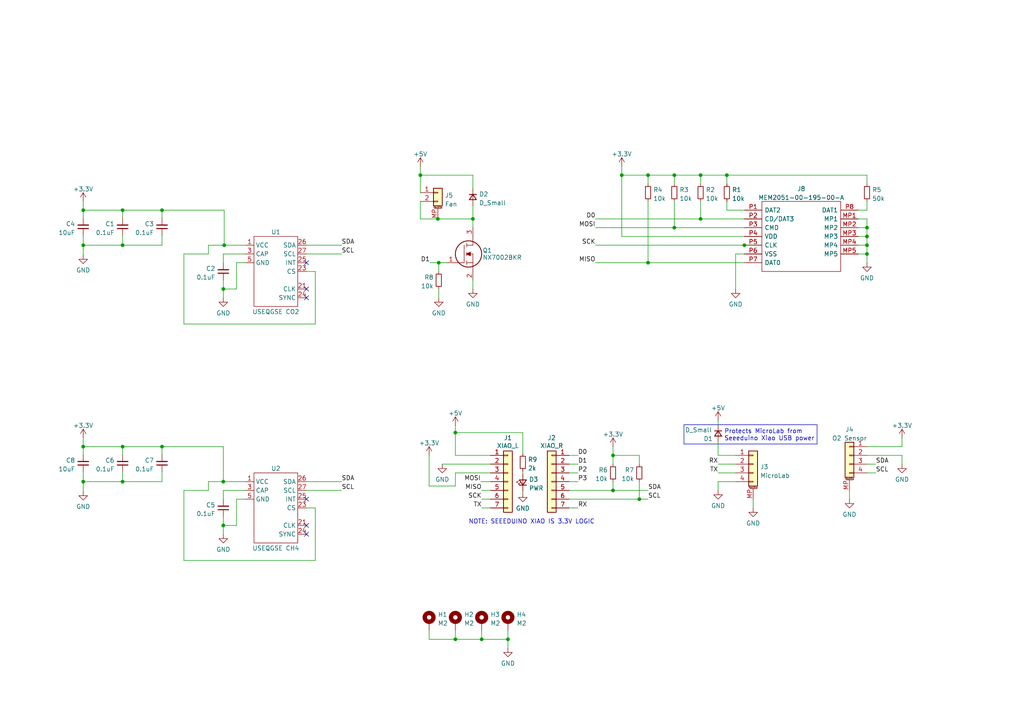
<source format=kicad_sch>
(kicad_sch (version 20230121) (generator eeschema)
  (paper "A4")
  (lib_symbols
    (symbol "Connector_Generic:Conn_01x07" (pin_names (offset 1.016) hide)
      (property "Reference" "J" (at 0 10.16 0))
      (property "Value" "Conn_01x07" (at 0 -10.16 0))
      (symbol "Conn_01x07_1_1"
        (rectangle (start -1.27 -7.493) (end 0 -7.747) (stroke (width 0.1524)))
        (rectangle (start -1.27 -4.953) (end 0 -5.207) (stroke (width 0.1524)))
        (rectangle (start -1.27 -2.413) (end 0 -2.667) (stroke (width 0.1524)))
        (rectangle (start -1.27 0.127) (end 0 -0.127) (stroke (width 0.1524)))
        (rectangle (start -1.27 2.667) (end 0 2.413) (stroke (width 0.1524)))
        (rectangle (start -1.27 5.207) (end 0 4.953) (stroke (width 0.1524)))
        (rectangle (start -1.27 7.747) (end 0 7.493) (stroke (width 0.1524)))
        (rectangle (start -1.27 8.89) (end 1.27 -8.89) (stroke (width 0.254)) (fill (type background)))
        (pin passive line (at -5.08 7.62 0) (length 3.81) (name "Pin_1") (number "1"))
        (pin passive line (at -5.08 5.08 0) (length 3.81) (name "Pin_2") (number "2"))
        (pin passive line (at -5.08 2.54 0) (length 3.81) (name "Pin_3") (number "3"))
        (pin passive line (at -5.08 0 0) (length 3.81) (name "Pin_4") (number "4"))
        (pin passive line (at -5.08 -2.54 0) (length 3.81) (name "Pin_5") (number "5"))
        (pin passive line (at -5.08 -5.08 0) (length 3.81) (name "Pin_6") (number "6"))
        (pin passive line (at -5.08 -7.62 0) (length 3.81) (name "Pin_7") (number "7"))
      )
    )
    (symbol "Connector_Generic_MountingPin:Conn_01x02_MountingPin" (pin_names (offset 1.016) hide)
      (property "Reference" "J" (at 0 2.54 0))
      (property "Value" "Conn_01x02_MountingPin" (at 1.27 -5.08 0))
      (symbol "Conn_01x02_MountingPin_1_1"
        (rectangle (start -1.27 -2.413) (end 0 -2.667) (stroke (width 0.1524)))
        (rectangle (start -1.27 0.127) (end 0 -0.127) (stroke (width 0.1524)))
        (rectangle (start -1.27 1.27) (end 1.27 -3.81) (stroke (width 0.254)) (fill (type background)))
        (polyline (pts (xy -1.016 -4.572) (xy 1.016 -4.572)) (stroke (width 0.1524)))
        (text "Mounting" (at 0 -4.191 0) (effects (font (size 0.381 0.381))))
        (pin passive line (at -5.08 0 0) (length 3.81) (name "Pin_1") (number "1"))
        (pin passive line (at -5.08 -2.54 0) (length 3.81) (name "Pin_2") (number "2"))
        (pin passive line (at 0 -7.62 90) (length 3.048) (name "MountPin") (number "MP"))
      )
    )
    (symbol "Connector_Generic_MountingPin:Conn_01x04_MountingPin" (pin_names (offset 1.016) hide)
      (property "Reference" "J" (at 0 5.08 0))
      (property "Value" "Conn_01x04_MountingPin" (at 1.27 -7.62 0))
      (symbol "Conn_01x04_MountingPin_1_1"
        (rectangle (start -1.27 -4.953) (end 0 -5.207) (stroke (width 0.1524)))
        (rectangle (start -1.27 -2.413) (end 0 -2.667) (stroke (width 0.1524)))
        (rectangle (start -1.27 0.127) (end 0 -0.127) (stroke (width 0.1524)))
        (rectangle (start -1.27 2.667) (end 0 2.413) (stroke (width 0.1524)))
        (rectangle (start -1.27 3.81) (end 1.27 -6.35) (stroke (width 0.254)) (fill (type background)))
        (polyline (pts (xy -1.016 -7.112) (xy 1.016 -7.112)) (stroke (width 0.1524)))
        (text "Mounting" (at 0 -6.731 0) (effects (font (size 0.381 0.381))))
        (pin passive line (at -5.08 2.54 0) (length 3.81) (name "Pin_1") (number "1"))
        (pin passive line (at -5.08 0 0) (length 3.81) (name "Pin_2") (number "2"))
        (pin passive line (at -5.08 -2.54 0) (length 3.81) (name "Pin_3") (number "3"))
        (pin passive line (at -5.08 -5.08 0) (length 3.81) (name "Pin_4") (number "4"))
        (pin passive line (at 0 -10.16 90) (length 3.048) (name "MountPin") (number "MP"))
      )
    )
    (symbol "Device:C_Small" (pin_numbers hide) (pin_names (offset 0.254) hide)
      (property "Reference" "C" (at 0.254 1.778 0))
      (property "Value" "C_Small" (at 0.254 -2.032 0))
      (symbol "C_Small_0_1"
        (polyline (pts (xy -1.524 -0.508) (xy 1.524 -0.508)) (stroke (width 0.3302)))
        (polyline (pts (xy -1.524 0.508) (xy 1.524 0.508)) (stroke (width 0.3048)))
      )
      (symbol "C_Small_1_1"
        (pin passive line (at 0 2.54 270) (length 2.032) (name "~") (number "1"))
        (pin passive line (at 0 -2.54 90) (length 2.032) (name "~") (number "2"))
      )
    )
    (symbol "Device:D_Small" (pin_numbers hide) (pin_names (offset 0.254) hide)
      (property "Reference" "D" (at -1.27 2.032 0))
      (property "Value" "D_Small" (at -3.81 -2.032 0))
      (symbol "D_Small_0_1"
        (polyline (pts (xy -0.762 -1.016) (xy -0.762 1.016)) (stroke (width 0.254)))
        (polyline (pts (xy -0.762 0) (xy 0.762 0)))
        (polyline (pts (xy 0.762 -1.016) (xy -0.762 0) (xy 0.762 1.016) (xy 0.762 -1.016)) (stroke (width 0.254)))
      )
      (symbol "D_Small_1_1"
        (pin passive line (at -2.54 0 0) (length 1.778) (name "K") (number "1"))
        (pin passive line (at 2.54 0 180) (length 1.778) (name "A") (number "2"))
      )
    )
    (symbol "Device:LED_Small" (pin_numbers hide) (pin_names (offset 0.254) hide)
      (property "Reference" "D" (at -1.27 3.175 0))
      (property "Value" "LED_Small" (at -4.445 -2.54 0))
      (symbol "LED_Small_0_1"
        (polyline (pts (xy -0.762 -1.016) (xy -0.762 1.016)) (stroke (width 0.254)))
        (polyline (pts (xy 1.016 0) (xy -0.762 0)))
        (polyline (pts (xy 0.762 -1.016) (xy -0.762 0) (xy 0.762 1.016) (xy 0.762 -1.016)) (stroke (width 0.254)))
        (polyline (pts (xy 0 0.762) (xy -0.508 1.27) (xy -0.254 1.27) (xy -0.508 1.27) (xy -0.508 1.016)))
        (polyline (pts (xy 0.508 1.27) (xy 0 1.778) (xy 0.254 1.778) (xy 0 1.778) (xy 0 1.524)))
      )
      (symbol "LED_Small_1_1"
        (pin passive line (at -2.54 0 0) (length 1.778) (name "K") (number "1"))
        (pin passive line (at 2.54 0 180) (length 1.778) (name "A") (number "2"))
      )
    )
    (symbol "Device:R_Small" (pin_numbers hide) (pin_names (offset 0.254) hide)
      (property "Reference" "R" (at 0.762 0.508 0))
      (property "Value" "R_Small" (at 0.762 -1.016 0))
      (symbol "R_Small_0_1"
        (rectangle (start -0.762 1.778) (end 0.762 -1.778) (stroke (width 0.2032)))
      )
      (symbol "R_Small_1_1"
        (pin passive line (at 0 2.54 270) (length 0.762) (name "~") (number "1"))
        (pin passive line (at 0 -2.54 90) (length 0.762) (name "~") (number "2"))
      )
    )
    (symbol "Mechanical:MountingHole_Pad" (pin_numbers hide) (pin_names (offset 1.016) hide)
      (property "Reference" "H" (at 0 6.35 0))
      (property "Value" "MountingHole_Pad" (at 0 4.445 0))
      (symbol "MountingHole_Pad_0_1"
        (circle (center 0 1.27) (radius 1.27) (stroke (width 1.27)))
      )
      (symbol "MountingHole_Pad_1_1"
        (pin input line (at 0 -2.54 90) (length 2.54) (name "1") (number "1"))
      )
    )
    (symbol "Mouser Parts:MEM2051-00-195-00-A" (pin_names (offset 0.762))
      (property "Reference" "J" (at 29.21 7.62 0))
      (property "Value" "MEM2051-00-195-00-A" (at 29.21 5.08 0))
      (symbol "MEM2051-00-195-00-A_0_0"
        (pin passive line (at 33.02 -2.54 180) (length 5.08) (name "MP1") (number "MP1"))
        (pin passive line (at 33.02 -5.08 180) (length 5.08) (name "MP2") (number "MP2"))
        (pin passive line (at 33.02 -7.62 180) (length 5.08) (name "MP3") (number "MP3"))
        (pin passive line (at 33.02 -10.16 180) (length 5.08) (name "MP4") (number "MP4"))
        (pin passive line (at 33.02 -12.7 180) (length 5.08) (name "MP5") (number "MP5"))
        (pin passive line (at 0 0 0) (length 5.08) (name "DAT2") (number "P1"))
        (pin passive line (at 0 -2.54 0) (length 5.08) (name "CD/DAT3") (number "P2"))
        (pin passive line (at 0 -5.08 0) (length 5.08) (name "CMD") (number "P3"))
        (pin passive line (at 0 -7.62 0) (length 5.08) (name "VDD") (number "P4"))
        (pin passive line (at 0 -10.16 0) (length 5.08) (name "CLK") (number "P5"))
        (pin passive line (at 0 -12.7 0) (length 5.08) (name "VSS") (number "P6"))
        (pin passive line (at 0 -15.24 0) (length 5.08) (name "DAT0") (number "P7"))
        (pin passive line (at 33.02 0 180) (length 5.08) (name "DAT1") (number "P8"))
      )
      (symbol "MEM2051-00-195-00-A_0_1"
        (polyline (pts (xy 5.08 2.54) (xy 27.94 2.54) (xy 27.94 -17.78) (xy 5.08 -17.78) (xy 5.08 2.54)) (stroke (width 0.1524)))
      )
    )
    (symbol "Mouser Parts:NX7002BKR" (pin_names (offset 0.762))
      (property "Reference" "Q" (at 11.43 3.81 0))
      (property "Value" "NX7002BKR" (at 11.43 1.27 0))
      (symbol "NX7002BKR_0_0"
        (pin passive line (at 0 0 0) (length 2.54) (name "~") (number "1"))
        (pin passive line (at 7.62 -5.08 90) (length 2.54) (name "~") (number "2"))
        (pin passive line (at 7.62 10.16 270) (length 2.54) (name "~") (number "3"))
      )
      (symbol "NX7002BKR_0_1"
        (polyline (pts (xy 5.842 -0.508) (xy 5.842 0.508)) (stroke (width 0.1524)))
        (polyline (pts (xy 5.842 0) (xy 7.62 0)) (stroke (width 0.1524)))
        (polyline (pts (xy 5.842 2.032) (xy 5.842 3.048)) (stroke (width 0.1524)))
        (polyline (pts (xy 5.842 5.588) (xy 5.842 4.572)) (stroke (width 0.1524)))
        (polyline (pts (xy 7.62 2.54) (xy 5.842 2.54)) (stroke (width 0.1524)))
        (polyline (pts (xy 7.62 2.54) (xy 7.62 -2.54)) (stroke (width 0.1524)))
        (polyline (pts (xy 7.62 5.08) (xy 5.842 5.08)) (stroke (width 0.1524)))
        (polyline (pts (xy 7.62 5.08) (xy 7.62 7.62)) (stroke (width 0.1524)))
        (polyline (pts (xy 2.54 0) (xy 5.08 0) (xy 5.08 5.08)) (stroke (width 0.1524)))
        (polyline (pts (xy 5.842 2.54) (xy 6.858 3.048) (xy 6.858 2.032) (xy 5.842 2.54)) (stroke (width 0.254)) (fill (type outline)))
        (circle (center 6.35 2.54) (radius 3.81) (stroke (width 0.254)))
      )
    )
    (symbol "USEQGSE:USEQGSE"
      (property "Reference" "U" (at 0 13.97 0))
      (property "Value" "USEQGSE" (at 0 11.43 0))
      (symbol "USEQGSE_0_1"
        (rectangle (start -6.35 10.16) (end 6.35 -10.16) (stroke (width 0.1524)))
      )
      (symbol "USEQGSE_1_1"
        (pin power_in line (at -8.89 7.62 0) (length 2.54) (name "VCC") (number "1"))
        (pin passive line (at -8.89 2.54 0) (length 2.54) hide (name "GND") (number "17"))
        (pin passive line (at -8.89 2.54 0) (length 2.54) hide (name "GND") (number "19"))
        (pin bidirectional line (at 8.89 -5.08 180) (length 2.54) (name "CLK") (number "21"))
        (pin input line (at 8.89 0 180) (length 2.54) (name "CS") (number "23"))
        (pin bidirectional line (at 8.89 -7.62 180) (length 2.54) (name "SYNC") (number "24"))
        (pin output line (at 8.89 2.54 180) (length 2.54) (name "INT") (number "25"))
        (pin bidirectional line (at 8.89 7.62 180) (length 2.54) (name "SDA") (number "26"))
        (pin input line (at 8.89 5.08 180) (length 2.54) (name "SCL") (number "27"))
        (pin passive line (at -8.89 2.54 0) (length 2.54) hide (name "GND") (number "28"))
        (pin passive line (at -8.89 2.54 0) (length 2.54) hide (name "GND") (number "29"))
        (pin power_in line (at -8.89 5.08 0) (length 2.54) (name "CAP") (number "3"))
        (pin passive line (at -8.89 2.54 0) (length 2.54) hide (name "GND") (number "30"))
        (pin power_in line (at -8.89 2.54 0) (length 2.54) (name "GND") (number "5"))
        (pin passive line (at -8.89 2.54 0) (length 2.54) hide (name "GND") (number "7"))
      )
    )
    (symbol "USEQGSE_1"
      (property "Reference" "U" (at 0 13.97 0))
      (property "Value" "USEQGSE_1" (at 0 11.43 0))
      (symbol "USEQGSE_1_0_1"
        (rectangle (start -6.35 10.16) (end 6.35 -10.16) (stroke (width 0.1524)))
      )
      (symbol "USEQGSE_1_1_1"
        (pin power_in line (at -8.89 7.62 0) (length 2.54) (name "VCC") (number "1"))
        (pin passive line (at -8.89 2.54 0) (length 2.54) hide (name "GND") (number "17"))
        (pin passive line (at -8.89 2.54 0) (length 2.54) hide (name "GND") (number "19"))
        (pin bidirectional line (at 8.89 -5.08 180) (length 2.54) (name "CLK") (number "21"))
        (pin input line (at 8.89 0 180) (length 2.54) (name "CS") (number "23"))
        (pin bidirectional line (at 8.89 -7.62 180) (length 2.54) (name "SYNC") (number "24"))
        (pin output line (at 8.89 2.54 180) (length 2.54) (name "INT") (number "25"))
        (pin bidirectional line (at 8.89 7.62 180) (length 2.54) (name "SDA") (number "26"))
        (pin input line (at 8.89 5.08 180) (length 2.54) (name "SCL") (number "27"))
        (pin passive line (at -8.89 2.54 0) (length 2.54) hide (name "GND") (number "28"))
        (pin passive line (at -8.89 2.54 0) (length 2.54) hide (name "GND") (number "29"))
        (pin power_in line (at -8.89 5.08 0) (length 2.54) (name "CAP") (number "3"))
        (pin passive line (at -8.89 2.54 0) (length 2.54) hide (name "GND") (number "30"))
        (pin power_in line (at -8.89 2.54 0) (length 2.54) (name "GND") (number "5"))
        (pin passive line (at -8.89 2.54 0) (length 2.54) hide (name "GND") (number "7"))
      )
    )
    (symbol "power:+3.3V" (power) (pin_names (offset 0))
      (property "Value" "+3.3V" (at 0 3.556 0))
      (symbol "+3.3V_0_1"
        (polyline (pts (xy -0.762 1.27) (xy 0 2.54)))
        (polyline (pts (xy 0 0) (xy 0 2.54)))
        (polyline (pts (xy 0 2.54) (xy 0.762 1.27)))
      )
      (symbol "+3.3V_1_1"
        (pin power_in line (at 0 0 90) (length 0) hide (name "+3.3V") (number "1"))
      )
    )
    (symbol "power:+5V" (power) (pin_names (offset 0))
      (property "Value" "+5V" (at 0 3.556 0))
      (symbol "+5V_0_1"
        (polyline (pts (xy -0.762 1.27) (xy 0 2.54)))
        (polyline (pts (xy 0 0) (xy 0 2.54)))
        (polyline (pts (xy 0 2.54) (xy 0.762 1.27)))
      )
      (symbol "+5V_1_1"
        (pin power_in line (at 0 0 90) (length 0) hide (name "+5V") (number "1"))
      )
    )
    (symbol "power:GND" (power) (pin_names (offset 0))
      (property "Value" "GND" (at 0 -3.81 0))
      (symbol "GND_0_1"
        (polyline (pts (xy 0 0) (xy 0 -1.27) (xy 1.27 -1.27) (xy 0 -2.54) (xy -1.27 -1.27) (xy 0 -1.27)))
      )
      (symbol "GND_1_1"
        (pin power_in line (at 0 0 270) (length 0) hide (name "GND") (number "1"))
      )
    )
  )
  (junction (at 177.8 132.08))
  (junction (at 24.13 139.7))
  (junction (at 35.56 71.12))
  (junction (at 64.77 152.4))
  (junction (at 132.08 125.476))
  (junction (at 35.56 129.54))
  (junction (at 35.56 60.96))
  (junction (at 195.58 66.04))
  (junction (at 251.46 68.58))
  (junction (at 177.8 142.24))
  (junction (at 24.13 60.96))
  (junction (at 180.34 50.8))
  (junction (at 203.2 50.8))
  (junction (at 65.024 71.12))
  (junction (at 139.7 185.42))
  (junction (at 185.42 144.78))
  (junction (at 147.32 185.42))
  (junction (at 137.16 63.5))
  (junction (at 127.254 76.2))
  (junction (at 195.58 50.8))
  (junction (at 251.46 66.04))
  (junction (at 203.2 63.5))
  (junction (at 187.96 76.2))
  (junction (at 24.13 71.12))
  (junction (at 24.13 129.54))
  (junction (at 35.56 139.7))
  (junction (at 64.77 83.82))
  (junction (at 132.08 185.42))
  (junction (at 46.99 60.96))
  (junction (at 64.77 139.7))
  (junction (at 121.92 50.8))
  (junction (at 127 63.5))
  (junction (at 187.96 50.8))
  (junction (at 46.99 129.54))
  (junction (at 215.9 71.12))
  (junction (at 251.46 73.66))
  (junction (at 210.82 50.8))
  (junction (at 251.46 71.12))
  (no_connect (at 88.9 83.82))
  (no_connect (at 88.9 86.36))
  (no_connect (at 88.9 76.2))
  (no_connect (at 88.9 154.94))
  (no_connect (at 88.9 152.4))
  (no_connect (at 88.9 144.78))
  (wire (pts (xy 251.46 63.5) (xy 248.92 63.5)))
  (wire (pts (xy 132.08 132.08) (xy 142.24 132.08)))
  (wire (pts (xy 24.13 68.326) (xy 24.13 71.12)))
  (wire (pts (xy 215.9 73.66) (xy 213.36 73.66)))
  (wire (pts (xy 251.46 129.54) (xy 261.62 129.54)))
  (wire (pts (xy 251.46 73.66) (xy 251.46 76.2)))
  (wire (pts (xy 88.9 73.66) (xy 99.06 73.66)))
  (wire (pts (xy 180.34 50.8) (xy 180.34 68.58)))
  (wire (pts (xy 180.34 50.8) (xy 187.96 50.8)))
  (wire (pts (xy 71.12 144.78) (xy 68.58 144.78)))
  (wire (pts (xy 124.46 132.08) (xy 124.46 140.97)))
  (wire (pts (xy 137.16 54.61) (xy 137.16 50.8)))
  (wire (pts (xy 64.77 83.82) (xy 64.77 86.36)))
  (wire (pts (xy 121.92 48.26) (xy 121.92 50.8)))
  (wire (pts (xy 35.56 63.246) (xy 35.56 60.96)))
  (polyline (pts (xy 198.374 123.19) (xy 198.374 128.778)))
  (wire (pts (xy 46.99 60.96) (xy 46.99 63.246)))
  (wire (pts (xy 185.42 132.08) (xy 185.42 134.62)))
  (wire (pts (xy 46.99 139.7) (xy 35.56 139.7)))
  (wire (pts (xy 35.56 60.96) (xy 24.13 60.96)))
  (polyline (pts (xy 198.374 128.778) (xy 236.982 128.778)))
  (wire (pts (xy 35.56 129.54) (xy 24.13 129.54)))
  (wire (pts (xy 139.7 142.24) (xy 142.24 142.24)))
  (wire (pts (xy 251.46 71.12) (xy 251.46 73.66)))
  (wire (pts (xy 177.8 129.54) (xy 177.8 132.08)))
  (wire (pts (xy 64.77 129.54) (xy 64.77 139.7)))
  (wire (pts (xy 251.46 66.04) (xy 251.46 63.5)))
  (wire (pts (xy 91.44 147.32) (xy 91.44 162.56)))
  (wire (pts (xy 208.28 121.92) (xy 208.28 123.19)))
  (wire (pts (xy 60.452 139.7) (xy 64.77 139.7)))
  (wire (pts (xy 137.16 66.04) (xy 137.16 63.5)))
  (wire (pts (xy 151.638 136.652) (xy 151.638 137.414)))
  (wire (pts (xy 187.96 50.8) (xy 195.58 50.8)))
  (wire (pts (xy 165.1 142.24) (xy 177.8 142.24)))
  (wire (pts (xy 248.92 71.12) (xy 251.46 71.12)))
  (wire (pts (xy 64.77 152.4) (xy 68.58 152.4)))
  (wire (pts (xy 65.024 71.12) (xy 71.12 71.12)))
  (wire (pts (xy 53.34 162.56) (xy 91.44 162.56)))
  (wire (pts (xy 203.2 63.5) (xy 203.2 58.42)))
  (wire (pts (xy 68.58 144.78) (xy 68.58 152.4)))
  (wire (pts (xy 185.42 144.78) (xy 187.96 144.78)))
  (wire (pts (xy 151.638 142.494) (xy 151.638 143.002)))
  (wire (pts (xy 60.452 142.24) (xy 53.34 142.24)))
  (wire (pts (xy 121.92 63.5) (xy 127 63.5)))
  (wire (pts (xy 60.452 139.7) (xy 60.452 142.24)))
  (wire (pts (xy 68.58 76.2) (xy 68.58 83.82)))
  (wire (pts (xy 137.16 59.69) (xy 137.16 63.5)))
  (wire (pts (xy 137.16 81.28) (xy 137.16 83.82)))
  (wire (pts (xy 251.46 53.34) (xy 251.46 50.8)))
  (wire (pts (xy 60.452 73.66) (xy 53.34 73.66)))
  (wire (pts (xy 220.98 71.12) (xy 215.9 71.12)))
  (wire (pts (xy 53.34 93.98) (xy 91.44 93.98)))
  (polyline (pts (xy 198.374 123.19) (xy 236.982 123.19)))
  (wire (pts (xy 147.32 185.42) (xy 147.32 187.96)))
  (wire (pts (xy 261.62 127) (xy 261.62 129.54)))
  (wire (pts (xy 165.1 139.7) (xy 167.64 139.7)))
  (wire (pts (xy 53.34 142.24) (xy 53.34 162.56)))
  (wire (pts (xy 64.77 152.4) (xy 64.77 149.86)))
  (wire (pts (xy 177.8 139.7) (xy 177.8 142.24)))
  (wire (pts (xy 88.9 78.74) (xy 91.44 78.74)))
  (wire (pts (xy 24.13 60.96) (xy 24.13 63.246)))
  (wire (pts (xy 132.08 123.444) (xy 132.08 125.476)))
  (wire (pts (xy 46.99 129.54) (xy 64.77 129.54)))
  (wire (pts (xy 248.92 66.04) (xy 251.46 66.04)))
  (wire (pts (xy 151.638 131.572) (xy 151.638 125.476)))
  (wire (pts (xy 210.82 53.34) (xy 210.82 50.8)))
  (wire (pts (xy 46.99 71.12) (xy 35.56 71.12)))
  (wire (pts (xy 127 63.5) (xy 137.16 63.5)))
  (wire (pts (xy 251.46 68.58) (xy 251.46 71.12)))
  (wire (pts (xy 53.34 73.66) (xy 53.34 93.98)))
  (wire (pts (xy 124.714 76.2) (xy 127.254 76.2)))
  (wire (pts (xy 88.9 139.7) (xy 99.06 139.7)))
  (wire (pts (xy 251.46 68.58) (xy 251.46 66.04)))
  (wire (pts (xy 165.1 144.78) (xy 185.42 144.78)))
  (wire (pts (xy 195.58 66.04) (xy 215.9 66.04)))
  (wire (pts (xy 151.638 125.476) (xy 132.08 125.476)))
  (wire (pts (xy 251.46 60.96) (xy 251.46 58.42)))
  (wire (pts (xy 24.13 139.7) (xy 35.56 139.7)))
  (wire (pts (xy 132.08 182.88) (xy 132.08 185.42)))
  (wire (pts (xy 254 134.62) (xy 251.46 134.62)))
  (wire (pts (xy 64.77 83.82) (xy 64.77 81.28)))
  (wire (pts (xy 91.44 78.74) (xy 91.44 93.98)))
  (wire (pts (xy 172.72 63.5) (xy 203.2 63.5)))
  (wire (pts (xy 251.46 50.8) (xy 210.82 50.8)))
  (wire (pts (xy 127.254 76.2) (xy 127.254 78.74)))
  (wire (pts (xy 132.08 137.16) (xy 142.24 137.16)))
  (wire (pts (xy 24.13 139.7) (xy 24.13 142.494)))
  (wire (pts (xy 121.92 50.8) (xy 137.16 50.8)))
  (wire (pts (xy 215.9 68.58) (xy 180.34 68.58)))
  (wire (pts (xy 172.72 66.04) (xy 195.58 66.04)))
  (wire (pts (xy 139.7 185.42) (xy 132.08 185.42)))
  (wire (pts (xy 187.96 76.2) (xy 187.96 58.42)))
  (wire (pts (xy 64.77 142.24) (xy 71.12 142.24)))
  (wire (pts (xy 185.42 139.7) (xy 185.42 144.78)))
  (polyline (pts (xy 236.982 128.778) (xy 236.982 123.19)))
  (wire (pts (xy 139.7 182.88) (xy 139.7 185.42)))
  (wire (pts (xy 88.9 147.32) (xy 91.44 147.32)))
  (wire (pts (xy 208.28 137.16) (xy 213.36 137.16)))
  (wire (pts (xy 24.13 71.12) (xy 35.56 71.12)))
  (wire (pts (xy 65.024 71.12) (xy 65.024 60.96)))
  (wire (pts (xy 172.72 71.12) (xy 215.9 71.12)))
  (wire (pts (xy 127.254 76.2) (xy 129.54 76.2)))
  (wire (pts (xy 213.36 73.66) (xy 213.36 83.82)))
  (wire (pts (xy 195.58 50.8) (xy 203.2 50.8)))
  (wire (pts (xy 172.72 76.2) (xy 187.96 76.2)))
  (wire (pts (xy 128.27 134.62) (xy 142.24 134.62)))
  (wire (pts (xy 46.99 136.906) (xy 46.99 139.7)))
  (wire (pts (xy 180.34 48.26) (xy 180.34 50.8)))
  (wire (pts (xy 60.452 71.12) (xy 65.024 71.12)))
  (wire (pts (xy 132.08 125.476) (xy 132.08 132.08)))
  (wire (pts (xy 147.32 182.88) (xy 147.32 185.42)))
  (wire (pts (xy 35.56 71.12) (xy 35.56 68.326)))
  (wire (pts (xy 177.8 132.08) (xy 177.8 134.62)))
  (wire (pts (xy 203.2 50.8) (xy 210.82 50.8)))
  (wire (pts (xy 248.92 73.66) (xy 251.46 73.66)))
  (wire (pts (xy 132.08 140.97) (xy 124.46 140.97)))
  (wire (pts (xy 121.92 50.8) (xy 121.92 55.88)))
  (wire (pts (xy 210.82 58.42) (xy 210.82 60.96)))
  (wire (pts (xy 203.2 50.8) (xy 203.2 53.34)))
  (wire (pts (xy 177.8 142.24) (xy 187.96 142.24)))
  (wire (pts (xy 46.99 60.96) (xy 65.024 60.96)))
  (wire (pts (xy 210.82 60.96) (xy 215.9 60.96)))
  (wire (pts (xy 64.77 142.24) (xy 64.77 144.78)))
  (wire (pts (xy 71.12 76.2) (xy 68.58 76.2)))
  (wire (pts (xy 195.58 50.8) (xy 195.58 53.34)))
  (wire (pts (xy 64.77 152.4) (xy 64.77 154.94)))
  (wire (pts (xy 24.13 71.12) (xy 24.13 73.914)))
  (wire (pts (xy 88.9 71.12) (xy 99.06 71.12)))
  (wire (pts (xy 64.77 73.66) (xy 71.12 73.66)))
  (wire (pts (xy 139.7 144.78) (xy 142.24 144.78)))
  (wire (pts (xy 35.56 131.826) (xy 35.56 129.54)))
  (wire (pts (xy 132.08 185.42) (xy 124.46 185.42)))
  (wire (pts (xy 261.62 132.08) (xy 251.46 132.08)))
  (wire (pts (xy 24.13 129.54) (xy 24.13 131.826)))
  (wire (pts (xy 124.46 185.42) (xy 124.46 182.88)))
  (wire (pts (xy 35.56 129.54) (xy 46.99 129.54)))
  (wire (pts (xy 35.56 139.7) (xy 35.56 136.906)))
  (wire (pts (xy 46.99 129.54) (xy 46.99 131.826)))
  (wire (pts (xy 208.28 128.27) (xy 208.28 132.08)))
  (wire (pts (xy 254 137.16) (xy 251.46 137.16)))
  (wire (pts (xy 195.58 66.04) (xy 195.58 58.42)))
  (wire (pts (xy 64.77 73.66) (xy 64.77 76.2)))
  (wire (pts (xy 177.8 132.08) (xy 185.42 132.08)))
  (wire (pts (xy 165.1 132.08) (xy 167.64 132.08)))
  (wire (pts (xy 208.28 139.7) (xy 208.28 142.24)))
  (wire (pts (xy 187.96 50.8) (xy 187.96 53.34)))
  (wire (pts (xy 213.36 139.7) (xy 208.28 139.7)))
  (wire (pts (xy 121.92 58.42) (xy 121.92 63.5)))
  (wire (pts (xy 46.99 68.326) (xy 46.99 71.12)))
  (wire (pts (xy 246.38 142.24) (xy 246.38 144.78)))
  (wire (pts (xy 165.1 134.62) (xy 167.64 134.62)))
  (wire (pts (xy 88.9 142.24) (xy 99.06 142.24)))
  (wire (pts (xy 203.2 63.5) (xy 215.9 63.5)))
  (wire (pts (xy 165.1 137.16) (xy 167.64 137.16)))
  (wire (pts (xy 248.92 68.58) (xy 251.46 68.58)))
  (wire (pts (xy 208.28 134.62) (xy 213.36 134.62)))
  (wire (pts (xy 24.13 127) (xy 24.13 129.54)))
  (wire (pts (xy 139.7 147.32) (xy 142.24 147.32)))
  (wire (pts (xy 139.446 139.7) (xy 142.24 139.7)))
  (wire (pts (xy 24.13 58.42) (xy 24.13 60.96)))
  (wire (pts (xy 24.13 136.906) (xy 24.13 139.7)))
  (wire (pts (xy 261.62 134.62) (xy 261.62 132.08)))
  (wire (pts (xy 60.452 71.12) (xy 60.452 73.66)))
  (wire (pts (xy 218.44 144.78) (xy 218.44 147.32)))
  (wire (pts (xy 132.08 137.16) (xy 132.08 140.97)))
  (wire (pts (xy 165.1 147.32) (xy 167.64 147.32)))
  (wire (pts (xy 64.77 83.82) (xy 68.58 83.82)))
  (wire (pts (xy 147.32 185.42) (xy 139.7 185.42)))
  (wire (pts (xy 64.77 139.7) (xy 71.12 139.7)))
  (wire (pts (xy 127.254 83.82) (xy 127.254 86.36)))
  (wire (pts (xy 35.56 60.96) (xy 46.99 60.96)))
  (wire (pts (xy 248.92 60.96) (xy 251.46 60.96)))
  (wire (pts (xy 187.96 76.2) (xy 215.9 76.2)))
  (wire (pts (xy 208.28 132.08) (xy 213.36 132.08)))
  (text "Protects MicroLab from\nSeeeduino Xiao USB power" (at 210.058 128.016 0) (effects (font (size 1.27 1.27)) (justify left bottom)))
  (text "NOTE: SEEEDUINO XIAO IS 3.3V LOGIC\n" (at 135.89 152.146 0) (effects (font (size 1.27 1.27)) (justify left bottom)))
  (label "P3" (at 167.64 139.7 0))
  (label "SDA" (at 254 134.62 0))
  (label "TX" (at 208.28 137.16 180))
  (label "SCL" (at 99.06 142.24 0))
  (label "D1" (at 124.714 76.2 180))
  (label "RX" (at 208.28 134.62 180))
  (label "D0" (at 172.72 63.5 180))
  (label "SCL" (at 187.96 144.78 0))
  (label "SCL" (at 254 137.16 0))
  (label "MOSI" (at 172.72 66.04 180))
  (label "SCK" (at 172.72 71.12 180))
  (label "TX" (at 139.7 147.32 180))
  (label "SDA" (at 187.96 142.24 0))
  (label "SCL" (at 99.06 73.66 0))
  (label "RX" (at 167.64 147.32 0))
  (label "SCK" (at 139.7 144.78 180))
  (label "MOSI" (at 139.446 139.7 180))
  (label "SDA" (at 99.06 71.12 0))
  (label "SDA" (at 99.06 139.7 0))
  (label "MISO" (at 172.72 76.2 180))
  (label "D1" (at 167.64 134.62 0))
  (label "P2" (at 167.64 137.16 0))
  (label "D0" (at 167.64 132.08 0))
  (label "MISO" (at 139.7 142.24 180))
  (symbol (lib_id "Mouser Parts:MEM2051-00-195-00-A") (at 215.9 60.96 0) (unit 1)
    (property "Reference" "J8" (at 232.41 54.771 0))
    (property "Value" "MEM2051-00-195-00-A" (at 232.41 57.3079 0))
    (property "Footprint" "SamacSys:MEM20510019500A" (effects hide))
    (property "Datasheet" "https://gct.co/files/drawings/mem2051.pdf" (effects hide))
    (property "Description" "MICRO SD PUSH PUSH, OPEN, SMT, 1" (effects hide))
    (property "Height" "2.05" (effects hide))
    (property "Mouser Part Number" "640-MEM20510019500A" (effects hide))
    (property "Mouser Price/Stock" "https://www.mouser.co.uk/ProductDetail/GCT/MEM2051-00-195-00-A?qs=KUoIvG%2F9Ilat7yfJRNWXUQ%3D%3D" (effects hide))
    (property "Manufacturer_Name" "GCT (GLOBAL CONNECTOR TECHNOLOGY)" (effects hide))
    (property "Manufacturer_Part_Number" "MEM2051-00-195-00-A" (effects hide))
  )
  (symbol (lib_id "Device:C_Small") (at 64.77 78.74 0) (mirror x) (unit 1)
    (property "Reference" "C2" (at 62.4459 77.8989 0) (effects (justify right)))
    (property "Value" "0.1uF" (at 62.4459 80.4358 0) (effects (justify right)))
    (property "Footprint" "Capacitor_SMD:C_0402_1005Metric" (effects hide))
  )
  (symbol (lib_id "Connector_Generic_MountingPin:Conn_01x04_MountingPin") (at 246.38 132.08 0) (mirror y) (unit 1)
    (property "Reference" "J4" (at 246.38 124.5702 0))
    (property "Value" "O2 Sensor" (at 246.38 127.1071 0))
    (property "Footprint" "Connector_JST:JST_SH_BM04B-SRSS-TB_1x04-1MP_P1.00mm_Vertical" (effects hide))
  )
  (symbol (lib_id "power:+3.3V") (at 124.46 132.08 0) (unit 1)
    (property "Reference" "#PWR0110" (effects hide))
    (property "Value" "+3.3V" (at 124.46 128.5042 0))
  )
  (symbol (lib_id "power:GND") (at 208.28 142.24 0) (mirror y) (unit 1)
    (property "Reference" "#PWR0116" (effects hide))
    (property "Value" "GND" (at 208.28 146.6834 0))
  )
  (symbol (lib_id "power:GND") (at 147.32 187.96 0) (unit 1)
    (property "Reference" "#PWR0124" (effects hide))
    (property "Value" "GND" (at 147.32 192.4034 0))
  )
  (symbol (lib_id "power:GND") (at 64.77 154.94 0) (unit 1)
    (property "Reference" "#PWR0104" (effects hide))
    (property "Value" "GND" (at 64.77 159.3834 0))
  )
  (symbol (lib_id "power:+5V") (at 121.92 48.26 0) (unit 1)
    (property "Reference" "#PWR0117" (effects hide))
    (property "Value" "+5V" (at 121.92 44.6842 0))
  )
  (symbol (lib_id "power:GND") (at 261.62 134.62 0) (mirror y) (unit 1)
    (property "Reference" "#PWR0102" (effects hide))
    (property "Value" "GND" (at 261.62 139.0634 0))
  )
  (symbol (lib_id "Connector_Generic:Conn_01x07") (at 147.32 139.7 0) (unit 1)
    (property "Reference" "J1" (at 147.32 127 0))
    (property "Value" "XIAO_L" (at 147.32 129.286 0))
    (property "Footprint" "Connector_PinSocket_2.54mm:PinSocket_1x07_P2.54mm_Vertical" (effects hide))
  )
  (symbol (lib_id "Mouser Parts:NX7002BKR") (at 129.54 76.2 0) (unit 1)
    (property "Reference" "Q1" (at 139.954 72.644 0) (effects (justify left)))
    (property "Value" "NX7002BKR" (at 139.954 74.676 0) (effects (justify left)))
    (property "Footprint" "Package_TO_SOT_SMD:SOT-23" (effects hide))
    (property "Datasheet" "https://assets.nexperia.com/documents/data-sheet/NX7002BK.pdf" (effects hide))
    (property "Description" "MOSFET 60V N-channel Trench MOSFET" (effects hide))
    (property "Height" "1.1" (effects hide))
    (property "Mouser Part Number" "771-NX7002BKR" (effects hide))
    (property "Mouser Price/Stock" "https://www.mouser.co.uk/ProductDetail/Nexperia/NX7002BKR?qs=rsevcuukUAxkxO5zIAFt0A%3D%3D" (effects hide))
    (property "Manufacturer_Name" "Nexperia" (effects hide))
    (property "Manufacturer_Part_Number" "NX7002BKR" (effects hide))
  )
  (symbol (lib_id "Mechanical:MountingHole_Pad") (at 124.46 180.34 0) (unit 1)
    (property "Reference" "H1" (at 127 178.2353 0) (effects (justify left)))
    (property "Value" "M2" (at 127 180.7722 0) (effects (justify left)))
    (property "Footprint" "MountingHole:MountingHole_2.2mm_M2_DIN965_Pad" (effects hide))
  )
  (symbol (lib_id "power:GND") (at 128.27 134.62 0) (unit 1)
    (property "Reference" "#PWR0106" (effects hide))
    (property "Value" "GND" (at 128.27 139.0634 0))
  )
  (symbol (lib_id "Device:LED_Small") (at 151.638 139.954 90) (unit 1)
    (property "Reference" "D3" (at 153.416 139.0558 90) (effects (justify right)))
    (property "Value" "PWR" (at 153.416 141.5927 90) (effects (justify right)))
    (property "Footprint" "LED_SMD:LED_0402_1005Metric" (effects hide))
  )
  (symbol (lib_id "Device:R_Small") (at 210.82 55.88 0) (unit 1)
    (property "Reference" "R1" (at 212.3186 55.0453 0) (effects (justify left)))
    (property "Value" "10k" (at 212.3186 57.5822 0) (effects (justify left)))
    (property "Footprint" "Resistor_SMD:R_0402_1005Metric" (effects hide))
  )
  (symbol (lib_id "power:GND") (at 64.77 86.36 0) (unit 1)
    (property "Reference" "#PWR0107" (effects hide))
    (property "Value" "GND" (at 64.77 90.8034 0))
  )
  (symbol (lib_id "Device:R_Small") (at 127.254 81.28 0) (mirror x) (unit 1)
    (property "Reference" "R8" (at 125.7555 80.4453 0) (effects (justify right)))
    (property "Value" "10k" (at 125.7555 82.9822 0) (effects (justify right)))
    (property "Footprint" "Resistor_SMD:R_0402_1005Metric" (effects hide))
  )
  (symbol (lib_id "power:+3.3V") (at 177.8 129.54 0) (unit 1)
    (property "Reference" "#PWR0123" (effects hide))
    (property "Value" "+3.3V" (at 177.8 125.9642 0))
  )
  (symbol (lib_id "Mechanical:MountingHole_Pad") (at 139.7 180.34 0) (unit 1)
    (property "Reference" "H3" (at 142.24 178.2353 0) (effects (justify left)))
    (property "Value" "M2" (at 142.24 180.7722 0) (effects (justify left)))
    (property "Footprint" "MountingHole:MountingHole_2.2mm_M2_DIN965_Pad" (effects hide))
  )
  (symbol (lib_id "power:+3.3V") (at 24.13 127 0) (unit 1)
    (property "Reference" "#PWR0103" (effects hide))
    (property "Value" "+3.3V" (at 24.13 123.4242 0))
  )
  (symbol (lib_id "Device:C_Small") (at 64.77 147.32 0) (mirror x) (unit 1)
    (property "Reference" "C5" (at 62.4459 146.4789 0) (effects (justify right)))
    (property "Value" "0.1uF" (at 62.4459 149.0158 0) (effects (justify right)))
    (property "Footprint" "Capacitor_SMD:C_0402_1005Metric" (effects hide))
  )
  (symbol (lib_id "Device:C_Small") (at 24.13 65.786 0) (mirror x) (unit 1)
    (property "Reference" "C4" (at 21.806 64.9449 0) (effects (justify right)))
    (property "Value" "10uF" (at 21.806 67.4818 0) (effects (justify right)))
    (property "Footprint" "Capacitor_SMD:C_0402_1005Metric" (effects hide))
  )
  (symbol (lib_id "Device:D_Small") (at 137.16 57.15 270) (unit 1)
    (property "Reference" "D2" (at 138.938 56.3153 90) (effects (justify left)))
    (property "Value" "D_Small" (at 138.938 58.8522 90) (effects (justify left)))
    (property "Footprint" "Diode_SMD:D_SOD-323" (effects hide))
  )
  (symbol (lib_id "Device:C_Small") (at 35.56 134.366 0) (mirror x) (unit 1)
    (property "Reference" "C6" (at 33.2359 133.5249 0) (effects (justify right)))
    (property "Value" "0.1uF" (at 33.2359 136.0618 0) (effects (justify right)))
    (property "Footprint" "Capacitor_SMD:C_0402_1005Metric" (effects hide))
  )
  (symbol (lib_id "power:GND") (at 251.46 76.2 0) (mirror y) (unit 1)
    (property "Reference" "#PWR0119" (effects hide))
    (property "Value" "GND" (at 251.46 80.6434 0))
  )
  (symbol (lib_id "USEQGSE:USEQGSE") (at 80.01 147.32 0) (unit 1)
    (property "Reference" "U2" (at 80.01 135.89 0))
    (property "Value" "USEQGSE CH4" (at 80.01 159.004 0))
    (property "Footprint" "USEQGSE:USEQGSE" (effects hide))
  )
  (symbol (lib_id "power:+5V") (at 208.28 121.92 0) (unit 1)
    (property "Reference" "#PWR0113" (effects hide))
    (property "Value" "+5V" (at 208.28 118.3442 0))
  )
  (symbol (lib_id "Device:R_Small") (at 203.2 55.88 0) (unit 1)
    (property "Reference" "R2" (at 204.6986 55.0453 0) (effects (justify left)))
    (property "Value" "10k" (at 204.6986 57.5822 0) (effects (justify left)))
    (property "Footprint" "Resistor_SMD:R_0402_1005Metric" (effects hide))
  )
  (symbol (lib_id "Device:C_Small") (at 46.99 134.366 0) (mirror x) (unit 1)
    (property "Reference" "C7" (at 44.6659 133.5249 0) (effects (justify right)))
    (property "Value" "0.1uF" (at 44.6659 136.0618 0) (effects (justify right)))
    (property "Footprint" "Capacitor_SMD:C_0402_1005Metric" (effects hide))
  )
  (symbol (lib_id "Device:R_Small") (at 251.46 55.88 0) (unit 1)
    (property "Reference" "R5" (at 252.9586 55.0453 0) (effects (justify left)))
    (property "Value" "50k" (at 252.9586 57.5822 0) (effects (justify left)))
    (property "Footprint" "Resistor_SMD:R_0402_1005Metric" (effects hide))
  )
  (symbol (lib_id "power:+3.3V") (at 180.34 48.26 0) (unit 1)
    (property "Reference" "#PWR0122" (effects hide))
    (property "Value" "+3.3V" (at 180.34 44.6842 0))
  )
  (symbol (lib_id "Device:R_Small") (at 187.96 55.88 0) (unit 1)
    (property "Reference" "R4" (at 189.4586 55.0453 0) (effects (justify left)))
    (property "Value" "10k" (at 189.4586 57.5822 0) (effects (justify left)))
    (property "Footprint" "Resistor_SMD:R_0402_1005Metric" (effects hide))
  )
  (symbol (lib_id "power:GND") (at 246.38 144.78 0) (mirror y) (unit 1)
    (property "Reference" "#PWR0121" (effects hide))
    (property "Value" "GND" (at 246.38 149.2234 0))
  )
  (symbol (lib_id "Connector_Generic_MountingPin:Conn_01x02_MountingPin") (at 127 55.88 0) (unit 1)
    (property "Reference" "J5" (at 129.032 56.6709 0) (effects (justify left)))
    (property "Value" "Fan" (at 129.032 59.2078 0) (effects (justify left)))
    (property "Footprint" "Connector_JST:JST_SH_BM02B-SRSS-TB_1x02-1MP_P1.00mm_Vertical" (effects hide))
  )
  (symbol (lib_id "power:GND") (at 127.254 86.36 0) (unit 1)
    (property "Reference" "#PWR0114" (effects hide))
    (property "Value" "GND" (at 127.254 90.8034 0))
  )
  (symbol (lib_id "Device:C_Small") (at 35.56 65.786 0) (mirror x) (unit 1)
    (property "Reference" "C1" (at 33.2359 64.9449 0) (effects (justify right)))
    (property "Value" "0.1uF" (at 33.2359 67.4818 0) (effects (justify right)))
    (property "Footprint" "Capacitor_SMD:C_0402_1005Metric" (effects hide))
  )
  (symbol (lib_id "Device:C_Small") (at 46.99 65.786 0) (mirror x) (unit 1)
    (property "Reference" "C3" (at 44.6659 64.9449 0) (effects (justify right)))
    (property "Value" "0.1uF" (at 44.6659 67.4818 0) (effects (justify right)))
    (property "Footprint" "Capacitor_SMD:C_0402_1005Metric" (effects hide))
  )
  (symbol (lib_id "Connector_Generic:Conn_01x07") (at 160.02 139.7 0) (mirror y) (unit 1)
    (property "Reference" "J2" (at 160.02 127 0))
    (property "Value" "XIAO_R" (at 160.02 129.286 0))
    (property "Footprint" "Connector_PinSocket_2.54mm:PinSocket_1x07_P2.54mm_Vertical" (effects hide))
  )
  (symbol (lib_id "power:GND") (at 137.16 83.82 0) (unit 1)
    (property "Reference" "#PWR0112" (effects hide))
    (property "Value" "GND" (at 137.16 88.2634 0))
  )
  (symbol (lib_id "Device:R_Small") (at 185.42 137.16 0) (mirror x) (unit 1)
    (property "Reference" "R7" (at 183.9215 136.3253 0) (effects (justify right)))
    (property "Value" "10k" (at 183.9215 138.8622 0) (effects (justify right)))
    (property "Footprint" "Resistor_SMD:R_0402_1005Metric" (effects hide))
  )
  (symbol (lib_id "power:GND") (at 218.44 147.32 0) (mirror y) (unit 1)
    (property "Reference" "#PWR0115" (effects hide))
    (property "Value" "GND" (at 218.44 151.7634 0))
  )
  (symbol (lib_id "Device:C_Small") (at 24.13 134.366 0) (mirror x) (unit 1)
    (property "Reference" "C8" (at 21.806 133.5249 0) (effects (justify right)))
    (property "Value" "10uF" (at 21.806 136.0618 0) (effects (justify right)))
    (property "Footprint" "Capacitor_SMD:C_0402_1005Metric" (effects hide))
  )
  (symbol (lib_id "Connector_Generic_MountingPin:Conn_01x04_MountingPin") (at 218.44 134.62 0) (unit 1)
    (property "Reference" "J3" (at 220.472 135.4109 0) (effects (justify left)))
    (property "Value" "MicroLab" (at 220.472 137.9478 0) (effects (justify left)))
    (property "Footprint" "Connector_JST:JST_SH_BM04B-SRSS-TB_1x04-1MP_P1.00mm_Vertical" (effects hide))
  )
  (symbol (lib_id "Device:D_Small") (at 208.28 125.73 90) (mirror x) (unit 1)
    (property "Reference" "D1" (at 206.756 127.254 90) (effects (justify left)))
    (property "Value" "D_Small" (at 206.502 124.714 90) (effects (justify left)))
    (property "Footprint" "Diode_SMD:D_SOD-323" (effects hide))
  )
  (symbol (lib_id "power:GND") (at 151.638 143.002 0) (unit 1)
    (property "Reference" "#PWR0105" (effects hide))
    (property "Value" "GND" (at 151.638 147.4454 0))
  )
  (symbol (lib_id "Mechanical:MountingHole_Pad") (at 147.32 180.34 0) (unit 1)
    (property "Reference" "H4" (at 149.86 178.2353 0) (effects (justify left)))
    (property "Value" "M2" (at 149.86 180.7722 0) (effects (justify left)))
    (property "Footprint" "MountingHole:MountingHole_2.2mm_M2_DIN965_Pad" (effects hide))
  )
  (symbol (lib_id "Mechanical:MountingHole_Pad") (at 132.08 180.34 0) (unit 1)
    (property "Reference" "H2" (at 134.62 178.2353 0) (effects (justify left)))
    (property "Value" "M2" (at 134.62 180.7722 0) (effects (justify left)))
    (property "Footprint" "MountingHole:MountingHole_2.2mm_M2_DIN965_Pad" (effects hide))
  )
  (symbol (lib_id "Device:R_Small") (at 177.8 137.16 0) (mirror x) (unit 1)
    (property "Reference" "R6" (at 176.3015 136.3253 0) (effects (justify right)))
    (property "Value" "10k" (at 176.3015 138.8622 0) (effects (justify right)))
    (property "Footprint" "Resistor_SMD:R_0402_1005Metric" (effects hide))
  )
  (symbol (lib_id "power:+3.3V") (at 24.13 58.42 0) (unit 1)
    (property "Reference" "#PWR0111" (effects hide))
    (property "Value" "+3.3V" (at 24.13 54.8442 0))
  )
  (symbol (lib_id "power:GND") (at 24.13 142.494 0) (unit 1)
    (property "Reference" "#PWR0101" (effects hide))
    (property "Value" "GND" (at 24.13 146.9374 0))
  )
  (symbol (lib_name "USEQGSE_1") (lib_id "USEQGSE:USEQGSE") (at 80.01 78.74 0) (unit 1)
    (property "Reference" "U1" (at 80.01 67.31 0))
    (property "Value" "USEQGSE CO2" (at 80.01 90.424 0))
    (property "Footprint" "USEQGSE:USEQGSE" (effects hide))
  )
  (symbol (lib_id "Device:R_Small") (at 151.638 134.112 180) (unit 1)
    (property "Reference" "R9" (at 153.1366 133.2773 0) (effects (justify right)))
    (property "Value" "2k" (at 153.1366 135.8142 0) (effects (justify right)))
    (property "Footprint" "Resistor_SMD:R_0402_1005Metric" (effects hide))
  )
  (symbol (lib_id "power:GND") (at 24.13 73.914 0) (unit 1)
    (property "Reference" "#PWR0130" (effects hide))
    (property "Value" "GND" (at 24.13 78.3574 0))
  )
  (symbol (lib_id "Device:R_Small") (at 195.58 55.88 0) (unit 1)
    (property "Reference" "R3" (at 197.0786 55.0453 0) (effects (justify left)))
    (property "Value" "10k" (at 197.0786 57.5822 0) (effects (justify left)))
    (property "Footprint" "Resistor_SMD:R_0402_1005Metric" (effects hide))
  )
  (symbol (lib_id "power:GND") (at 213.36 83.82 0) (mirror y) (unit 1)
    (property "Reference" "#PWR0120" (effects hide))
    (property "Value" "GND" (at 213.36 88.2634 0))
  )
  (symbol (lib_id "power:+3.3V") (at 261.62 127 0) (unit 1)
    (property "Reference" "#PWR0118" (effects hide))
    (property "Value" "+3.3V" (at 261.62 123.4242 0))
  )
  (symbol (lib_id "power:+5V") (at 132.08 123.444 0) (unit 1)
    (property "Reference" "#PWR0109" (effects hide))
    (property "Value" "+5V" (at 132.08 119.8682 0))
  )
)
</source>
